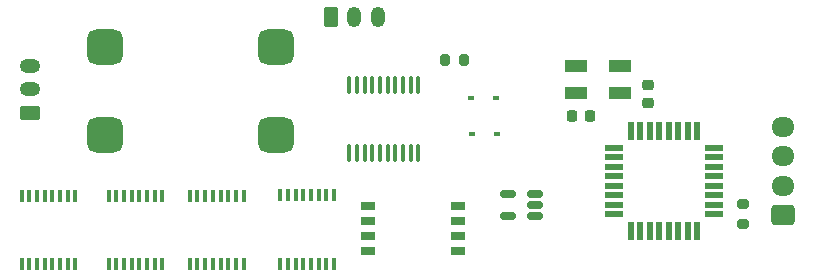
<source format=gbr>
%TF.GenerationSoftware,KiCad,Pcbnew,(6.0.7)*%
%TF.CreationDate,2023-02-23T17:40:15+01:00*%
%TF.ProjectId,freqcount,66726571-636f-4756-9e74-2e6b69636164,rev?*%
%TF.SameCoordinates,PX640f3c0PY67de938*%
%TF.FileFunction,Soldermask,Top*%
%TF.FilePolarity,Negative*%
%FSLAX46Y46*%
G04 Gerber Fmt 4.6, Leading zero omitted, Abs format (unit mm)*
G04 Created by KiCad (PCBNEW (6.0.7)) date 2023-02-23 17:40:15*
%MOMM*%
%LPD*%
G01*
G04 APERTURE LIST*
G04 Aperture macros list*
%AMRoundRect*
0 Rectangle with rounded corners*
0 $1 Rounding radius*
0 $2 $3 $4 $5 $6 $7 $8 $9 X,Y pos of 4 corners*
0 Add a 4 corners polygon primitive as box body*
4,1,4,$2,$3,$4,$5,$6,$7,$8,$9,$2,$3,0*
0 Add four circle primitives for the rounded corners*
1,1,$1+$1,$2,$3*
1,1,$1+$1,$4,$5*
1,1,$1+$1,$6,$7*
1,1,$1+$1,$8,$9*
0 Add four rect primitives between the rounded corners*
20,1,$1+$1,$2,$3,$4,$5,0*
20,1,$1+$1,$4,$5,$6,$7,0*
20,1,$1+$1,$6,$7,$8,$9,0*
20,1,$1+$1,$8,$9,$2,$3,0*%
G04 Aperture macros list end*
%ADD10RoundRect,0.750000X-0.750000X-0.750000X0.750000X-0.750000X0.750000X0.750000X-0.750000X0.750000X0*%
%ADD11R,1.270000X0.760000*%
%ADD12RoundRect,0.250000X0.725000X-0.600000X0.725000X0.600000X-0.725000X0.600000X-0.725000X-0.600000X0*%
%ADD13O,1.950000X1.700000*%
%ADD14R,1.900000X1.100000*%
%ADD15RoundRect,0.150000X0.512500X0.150000X-0.512500X0.150000X-0.512500X-0.150000X0.512500X-0.150000X0*%
%ADD16RoundRect,0.100000X0.100000X-0.637500X0.100000X0.637500X-0.100000X0.637500X-0.100000X-0.637500X0*%
%ADD17R,0.550000X1.600000*%
%ADD18R,1.600000X0.550000*%
%ADD19R,0.400000X1.000000*%
%ADD20RoundRect,0.200000X-0.275000X0.200000X-0.275000X-0.200000X0.275000X-0.200000X0.275000X0.200000X0*%
%ADD21RoundRect,0.200000X0.200000X0.275000X-0.200000X0.275000X-0.200000X-0.275000X0.200000X-0.275000X0*%
%ADD22RoundRect,0.250000X-0.350000X-0.625000X0.350000X-0.625000X0.350000X0.625000X-0.350000X0.625000X0*%
%ADD23O,1.200000X1.750000*%
%ADD24O,1.750000X1.200000*%
%ADD25RoundRect,0.250000X0.625000X-0.350000X0.625000X0.350000X-0.625000X0.350000X-0.625000X-0.350000X0*%
%ADD26R,0.600000X0.450000*%
%ADD27RoundRect,0.225000X0.225000X0.250000X-0.225000X0.250000X-0.225000X-0.250000X0.225000X-0.250000X0*%
%ADD28RoundRect,0.225000X0.250000X-0.225000X0.250000X0.225000X-0.250000X0.225000X-0.250000X-0.225000X0*%
G04 APERTURE END LIST*
D10*
%TO.C,QA1*%
X11470000Y22050000D03*
X11470000Y14620000D03*
X25910000Y22050000D03*
X25910000Y14620000D03*
%TD*%
D11*
%TO.C,SW1*%
X33690000Y8605000D03*
X33690000Y7335000D03*
X33690000Y6065000D03*
X33690000Y4795000D03*
X41310000Y4795000D03*
X41310000Y6065000D03*
X41310000Y7335000D03*
X41310000Y8605000D03*
%TD*%
D12*
%TO.C,J3*%
X68840000Y7820000D03*
D13*
X68840000Y10320000D03*
X68840000Y12820000D03*
X68840000Y15320000D03*
%TD*%
D14*
%TO.C,Y1*%
X51340000Y18170000D03*
X55040000Y18170000D03*
X55040000Y20470000D03*
X51340000Y20470000D03*
%TD*%
D15*
%TO.C,U7*%
X47827500Y7720000D03*
X47827500Y8670000D03*
X47827500Y9620000D03*
X45552500Y9620000D03*
X45552500Y7720000D03*
%TD*%
D16*
%TO.C,U6*%
X32125000Y13127500D03*
X32775000Y13127500D03*
X33425000Y13127500D03*
X34075000Y13127500D03*
X34725000Y13127500D03*
X35375000Y13127500D03*
X36025000Y13127500D03*
X36675000Y13127500D03*
X37325000Y13127500D03*
X37975000Y13127500D03*
X37975000Y18852500D03*
X37325000Y18852500D03*
X36675000Y18852500D03*
X36025000Y18852500D03*
X35375000Y18852500D03*
X34725000Y18852500D03*
X34075000Y18852500D03*
X33425000Y18852500D03*
X32775000Y18852500D03*
X32125000Y18852500D03*
%TD*%
D17*
%TO.C,U5*%
X61570000Y14970000D03*
X60770000Y14970000D03*
X59970000Y14970000D03*
X59170000Y14970000D03*
X58370000Y14970000D03*
X57570000Y14970000D03*
X56770000Y14970000D03*
X55970000Y14970000D03*
D18*
X54520000Y13520000D03*
X54520000Y12720000D03*
X54520000Y11920000D03*
X54520000Y11120000D03*
X54520000Y10320000D03*
X54520000Y9520000D03*
X54520000Y8720000D03*
X54520000Y7920000D03*
D17*
X55970000Y6470000D03*
X56770000Y6470000D03*
X57570000Y6470000D03*
X58370000Y6470000D03*
X59170000Y6470000D03*
X59970000Y6470000D03*
X60770000Y6470000D03*
X61570000Y6470000D03*
D18*
X63020000Y7920000D03*
X63020000Y8720000D03*
X63020000Y9520000D03*
X63020000Y10320000D03*
X63020000Y11120000D03*
X63020000Y11920000D03*
X63020000Y12720000D03*
X63020000Y13520000D03*
%TD*%
D19*
%TO.C,U4*%
X26275000Y9500000D03*
X26925000Y9500000D03*
X27575000Y9500000D03*
X28225000Y9500000D03*
X28875000Y9500000D03*
X29525000Y9500000D03*
X30175000Y9500000D03*
X30825000Y9500000D03*
X30825000Y3700000D03*
X30175000Y3700000D03*
X29525000Y3700000D03*
X28875000Y3700000D03*
X28225000Y3700000D03*
X27575000Y3700000D03*
X26925000Y3700000D03*
X26275000Y3700000D03*
%TD*%
%TO.C,U3*%
X18615000Y9460000D03*
X19265000Y9460000D03*
X19915000Y9460000D03*
X20565000Y9460000D03*
X21215000Y9460000D03*
X21865000Y9460000D03*
X22515000Y9460000D03*
X23165000Y9460000D03*
X23165000Y3660000D03*
X22515000Y3660000D03*
X21865000Y3660000D03*
X21215000Y3660000D03*
X20565000Y3660000D03*
X19915000Y3660000D03*
X19265000Y3660000D03*
X18615000Y3660000D03*
%TD*%
%TO.C,U2*%
X11735000Y9450000D03*
X12385000Y9450000D03*
X13035000Y9450000D03*
X13685000Y9450000D03*
X14335000Y9450000D03*
X14985000Y9450000D03*
X15635000Y9450000D03*
X16285000Y9450000D03*
X16285000Y3650000D03*
X15635000Y3650000D03*
X14985000Y3650000D03*
X14335000Y3650000D03*
X13685000Y3650000D03*
X13035000Y3650000D03*
X12385000Y3650000D03*
X11735000Y3650000D03*
%TD*%
%TO.C,U1*%
X4385000Y9470000D03*
X5035000Y9470000D03*
X5685000Y9470000D03*
X6335000Y9470000D03*
X6985000Y9470000D03*
X7635000Y9470000D03*
X8285000Y9470000D03*
X8935000Y9470000D03*
X8935000Y3670000D03*
X8285000Y3670000D03*
X7635000Y3670000D03*
X6985000Y3670000D03*
X6335000Y3670000D03*
X5685000Y3670000D03*
X5035000Y3670000D03*
X4385000Y3670000D03*
%TD*%
D20*
%TO.C,R2*%
X65460000Y8740000D03*
X65460000Y7090000D03*
%TD*%
D21*
%TO.C,R1*%
X41830000Y20930000D03*
X40180000Y20930000D03*
%TD*%
D22*
%TO.C,J2*%
X30540000Y24630000D03*
D23*
X32540000Y24630000D03*
X34540000Y24630000D03*
%TD*%
D24*
%TO.C,J1*%
X5070000Y20480000D03*
X5070000Y18480000D03*
D25*
X5070000Y16480000D03*
%TD*%
D26*
%TO.C,D2*%
X42440000Y17760000D03*
X44540000Y17760000D03*
%TD*%
%TO.C,D1*%
X42490000Y14690000D03*
X44590000Y14690000D03*
%TD*%
D27*
%TO.C,C2*%
X52535000Y16220000D03*
X50985000Y16220000D03*
%TD*%
D28*
%TO.C,C1*%
X57420000Y17320000D03*
X57420000Y18870000D03*
%TD*%
M02*

</source>
